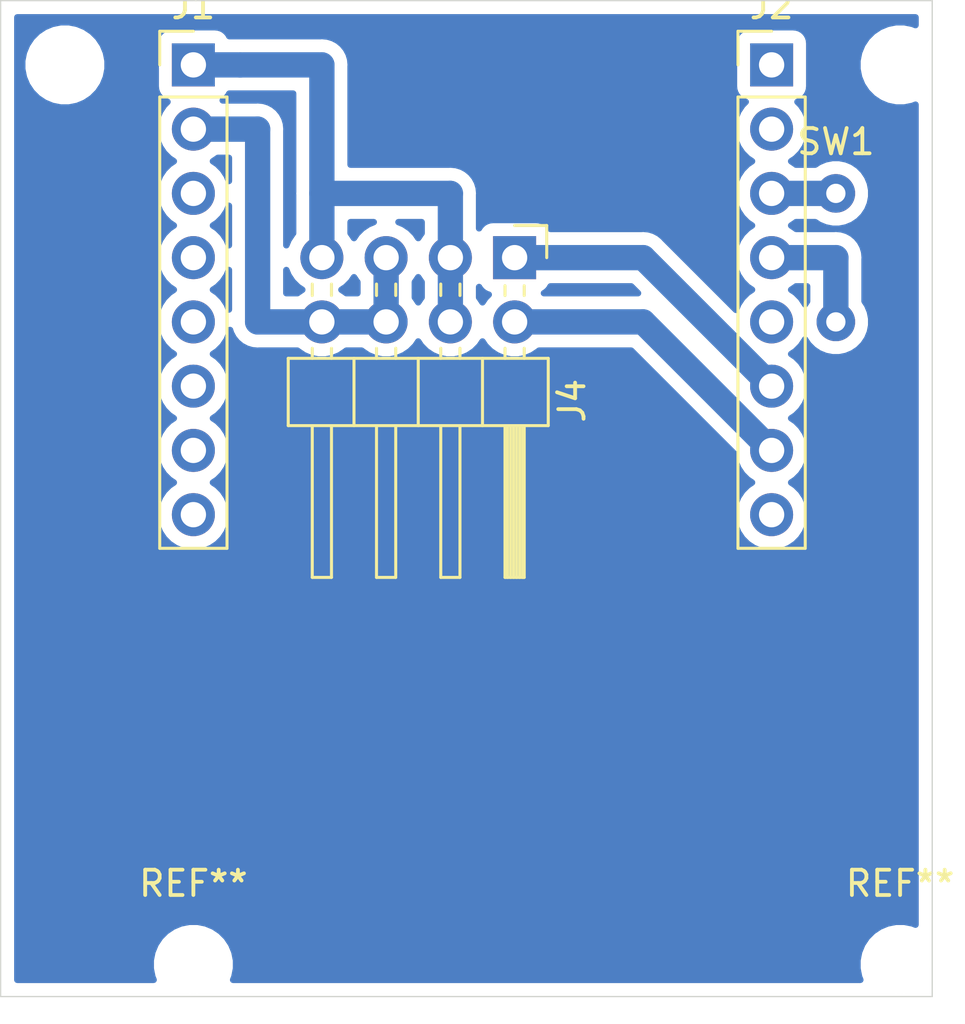
<source format=kicad_pcb>
(kicad_pcb (version 20171130) (host pcbnew 5.1.9)

  (general
    (thickness 1.6)
    (drawings 5)
    (tracks 19)
    (zones 0)
    (modules 8)
    (nets 16)
  )

  (page A4)
  (layers
    (0 F.Cu signal)
    (31 B.Cu signal)
    (32 B.Adhes user)
    (33 F.Adhes user)
    (34 B.Paste user hide)
    (35 F.Paste user)
    (36 B.SilkS user)
    (37 F.SilkS user hide)
    (38 B.Mask user)
    (39 F.Mask user)
    (40 Dwgs.User user hide)
    (41 Cmts.User user)
    (42 Eco1.User user)
    (43 Eco2.User user)
    (44 Edge.Cuts user)
    (45 Margin user)
    (46 B.CrtYd user hide)
    (47 F.CrtYd user hide)
    (48 B.Fab user hide)
    (49 F.Fab user hide)
  )

  (setup
    (last_trace_width 0.25)
    (user_trace_width 1)
    (trace_clearance 0.2)
    (zone_clearance 0.508)
    (zone_45_only no)
    (trace_min 0.2)
    (via_size 0.8)
    (via_drill 0.4)
    (via_min_size 0.4)
    (via_min_drill 0.3)
    (uvia_size 0.3)
    (uvia_drill 0.1)
    (uvias_allowed no)
    (uvia_min_size 0.2)
    (uvia_min_drill 0.1)
    (edge_width 0.05)
    (segment_width 0.2)
    (pcb_text_width 0.3)
    (pcb_text_size 1.5 1.5)
    (mod_edge_width 0.12)
    (mod_text_size 1 1)
    (mod_text_width 0.15)
    (pad_size 1.524 1.524)
    (pad_drill 0.762)
    (pad_to_mask_clearance 0)
    (aux_axis_origin 0 0)
    (visible_elements 7FFFFFFF)
    (pcbplotparams
      (layerselection 0x01000_fffffffe)
      (usegerberextensions false)
      (usegerberattributes true)
      (usegerberadvancedattributes true)
      (creategerberjobfile true)
      (excludeedgelayer true)
      (linewidth 0.100000)
      (plotframeref false)
      (viasonmask false)
      (mode 1)
      (useauxorigin false)
      (hpglpennumber 1)
      (hpglpenspeed 20)
      (hpglpendiameter 15.000000)
      (psnegative false)
      (psa4output false)
      (plotreference true)
      (plotvalue true)
      (plotinvisibletext false)
      (padsonsilk false)
      (subtractmaskfromsilk false)
      (outputformat 1)
      (mirror false)
      (drillshape 0)
      (scaleselection 1)
      (outputdirectory ""))
  )

  (net 0 "")
  (net 1 +5V)
  (net 2 GND)
  (net 3 "Net-(J1-Pad3)")
  (net 4 "Net-(J1-Pad4)")
  (net 5 "Net-(J1-Pad5)")
  (net 6 "Net-(J1-Pad6)")
  (net 7 "Net-(J1-Pad7)")
  (net 8 "Net-(J1-Pad8)")
  (net 9 "Net-(J2-Pad8)")
  (net 10 U0T)
  (net 11 U0R)
  (net 12 "Net-(J2-Pad5)")
  (net 13 I00)
  (net 14 I06)
  (net 15 "Net-(J2-Pad1)")

  (net_class Default "This is the default net class."
    (clearance 0.2)
    (trace_width 0.25)
    (via_dia 0.8)
    (via_drill 0.4)
    (uvia_dia 0.3)
    (uvia_drill 0.1)
    (add_net +5V)
    (add_net GND)
    (add_net I00)
    (add_net I06)
    (add_net "Net-(J1-Pad3)")
    (add_net "Net-(J1-Pad4)")
    (add_net "Net-(J1-Pad5)")
    (add_net "Net-(J1-Pad6)")
    (add_net "Net-(J1-Pad7)")
    (add_net "Net-(J1-Pad8)")
    (add_net "Net-(J2-Pad1)")
    (add_net "Net-(J2-Pad5)")
    (add_net "Net-(J2-Pad8)")
    (add_net U0R)
    (add_net U0T)
  )

  (module MountingHole:MountingHole_2.1mm (layer F.Cu) (tedit 5B924765) (tstamp 606EBBA3)
    (at 71.12 66.04)
    (descr "Mounting Hole 2.1mm, no annular")
    (tags "mounting hole 2.1mm no annular")
    (attr virtual)
    (fp_text reference REF** (at 0 -3.2) (layer F.SilkS)
      (effects (font (size 1 1) (thickness 0.15)))
    )
    (fp_text value MountingHole_2.1mm (at 0 3.81) (layer F.Fab)
      (effects (font (size 1 1) (thickness 0.15)))
    )
    (fp_circle (center 0 0) (end 2.1 0) (layer Cmts.User) (width 0.15))
    (fp_circle (center 0 0) (end 2.35 0) (layer F.CrtYd) (width 0.05))
    (fp_text user %R (at 0.3 0) (layer F.Fab)
      (effects (font (size 1 1) (thickness 0.15)))
    )
    (pad "" np_thru_hole circle (at 0 0) (size 2.1 2.1) (drill 2.1) (layers *.Cu *.Mask))
  )

  (module MountingHole:MountingHole_2.1mm (layer F.Cu) (tedit 5B924765) (tstamp 606EBB7F)
    (at 43.18 66.04)
    (descr "Mounting Hole 2.1mm, no annular")
    (tags "mounting hole 2.1mm no annular")
    (attr virtual)
    (fp_text reference REF** (at 0 -3.2) (layer F.SilkS)
      (effects (font (size 1 1) (thickness 0.15)))
    )
    (fp_text value MountingHole_2.1mm (at 0 3.2) (layer F.Fab)
      (effects (font (size 1 1) (thickness 0.15)))
    )
    (fp_circle (center 0 0) (end 2.1 0) (layer Cmts.User) (width 0.15))
    (fp_circle (center 0 0) (end 2.35 0) (layer F.CrtYd) (width 0.05))
    (fp_text user %R (at 0.3 0) (layer F.Fab)
      (effects (font (size 1 1) (thickness 0.15)))
    )
    (pad "" np_thru_hole circle (at 0 0) (size 2.1 2.1) (drill 2.1) (layers *.Cu *.Mask))
  )

  (module MountingHole:MountingHole_2.1mm (layer F.Cu) (tedit 5B924765) (tstamp 606EBB5B)
    (at 38.1 30.48)
    (descr "Mounting Hole 2.1mm, no annular")
    (tags "mounting hole 2.1mm no annular")
    (attr virtual)
    (fp_text reference REF** (at 0 -3.2) (layer F.SilkS)
      (effects (font (size 1 1) (thickness 0.15)))
    )
    (fp_text value MountingHole_2.1mm (at 0 3.2) (layer F.Fab)
      (effects (font (size 1 1) (thickness 0.15)))
    )
    (fp_circle (center 0 0) (end 2.1 0) (layer Cmts.User) (width 0.15))
    (fp_circle (center 0 0) (end 2.35 0) (layer F.CrtYd) (width 0.05))
    (fp_text user %R (at 0.3 0) (layer F.Fab)
      (effects (font (size 1 1) (thickness 0.15)))
    )
    (pad "" np_thru_hole circle (at 0 0) (size 2.1 2.1) (drill 2.1) (layers *.Cu *.Mask))
  )

  (module MountingHole:MountingHole_2.1mm (layer F.Cu) (tedit 5B924765) (tstamp 606EBB37)
    (at 71.12 30.48)
    (descr "Mounting Hole 2.1mm, no annular")
    (tags "mounting hole 2.1mm no annular")
    (attr virtual)
    (fp_text reference 1 (at 0 -3.2) (layer F.SilkS)
      (effects (font (size 1 1) (thickness 0.15)))
    )
    (fp_text value MountingHole_2.1mm (at 0 2.54) (layer F.Fab)
      (effects (font (size 1 1) (thickness 0.15)))
    )
    (fp_circle (center 0 0) (end 2.1 0) (layer Cmts.User) (width 0.15))
    (fp_circle (center 0 0) (end 2.35 0) (layer F.CrtYd) (width 0.05))
    (fp_text user %R (at 0.3 0) (layer F.Fab)
      (effects (font (size 1 1) (thickness 0.15)))
    )
    (pad "" np_thru_hole circle (at 0 0) (size 2.1 2.1) (drill 2.1) (layers *.Cu *.Mask))
  )

  (module Connector_PinHeader_2.54mm:PinHeader_1x08_P2.54mm_Vertical (layer F.Cu) (tedit 59FED5CC) (tstamp 606E583D)
    (at 43.18 30.48)
    (descr "Through hole straight pin header, 1x08, 2.54mm pitch, single row")
    (tags "Through hole pin header THT 1x08 2.54mm single row")
    (path /607017FB)
    (fp_text reference J1 (at 0 -2.33) (layer F.SilkS)
      (effects (font (size 1 1) (thickness 0.15)))
    )
    (fp_text value Conn_01x08 (at 0 20.11) (layer F.Fab)
      (effects (font (size 1 1) (thickness 0.15)))
    )
    (fp_line (start 1.8 -1.8) (end -1.8 -1.8) (layer F.CrtYd) (width 0.05))
    (fp_line (start 1.8 19.55) (end 1.8 -1.8) (layer F.CrtYd) (width 0.05))
    (fp_line (start -1.8 19.55) (end 1.8 19.55) (layer F.CrtYd) (width 0.05))
    (fp_line (start -1.8 -1.8) (end -1.8 19.55) (layer F.CrtYd) (width 0.05))
    (fp_line (start -1.33 -1.33) (end 0 -1.33) (layer F.SilkS) (width 0.12))
    (fp_line (start -1.33 0) (end -1.33 -1.33) (layer F.SilkS) (width 0.12))
    (fp_line (start -1.33 1.27) (end 1.33 1.27) (layer F.SilkS) (width 0.12))
    (fp_line (start 1.33 1.27) (end 1.33 19.11) (layer F.SilkS) (width 0.12))
    (fp_line (start -1.33 1.27) (end -1.33 19.11) (layer F.SilkS) (width 0.12))
    (fp_line (start -1.33 19.11) (end 1.33 19.11) (layer F.SilkS) (width 0.12))
    (fp_line (start -1.27 -0.635) (end -0.635 -1.27) (layer F.Fab) (width 0.1))
    (fp_line (start -1.27 19.05) (end -1.27 -0.635) (layer F.Fab) (width 0.1))
    (fp_line (start 1.27 19.05) (end -1.27 19.05) (layer F.Fab) (width 0.1))
    (fp_line (start 1.27 -1.27) (end 1.27 19.05) (layer F.Fab) (width 0.1))
    (fp_line (start -0.635 -1.27) (end 1.27 -1.27) (layer F.Fab) (width 0.1))
    (fp_text user %R (at 0 8.89 90) (layer F.Fab)
      (effects (font (size 1 1) (thickness 0.15)))
    )
    (pad 1 thru_hole rect (at 0 0) (size 1.7 1.7) (drill 1) (layers *.Cu *.Mask)
      (net 1 +5V))
    (pad 2 thru_hole oval (at 0 2.54) (size 1.7 1.7) (drill 1) (layers *.Cu *.Mask)
      (net 2 GND))
    (pad 3 thru_hole oval (at 0 5.08) (size 1.7 1.7) (drill 1) (layers *.Cu *.Mask)
      (net 3 "Net-(J1-Pad3)"))
    (pad 4 thru_hole oval (at 0 7.62) (size 1.7 1.7) (drill 1) (layers *.Cu *.Mask)
      (net 4 "Net-(J1-Pad4)"))
    (pad 5 thru_hole oval (at 0 10.16) (size 1.7 1.7) (drill 1) (layers *.Cu *.Mask)
      (net 5 "Net-(J1-Pad5)"))
    (pad 6 thru_hole oval (at 0 12.7) (size 1.7 1.7) (drill 1) (layers *.Cu *.Mask)
      (net 6 "Net-(J1-Pad6)"))
    (pad 7 thru_hole oval (at 0 15.24) (size 1.7 1.7) (drill 1) (layers *.Cu *.Mask)
      (net 7 "Net-(J1-Pad7)"))
    (pad 8 thru_hole oval (at 0 17.78) (size 1.7 1.7) (drill 1) (layers *.Cu *.Mask)
      (net 8 "Net-(J1-Pad8)"))
    (model ${KISYS3DMOD}/Connector_PinHeader_2.54mm.3dshapes/PinHeader_1x08_P2.54mm_Vertical.wrl
      (at (xyz 0 0 0))
      (scale (xyz 1 1 1))
      (rotate (xyz 0 0 0))
    )
  )

  (module Connector_PinHeader_2.54mm:PinHeader_1x08_P2.54mm_Vertical (layer F.Cu) (tedit 59FED5CC) (tstamp 606E5859)
    (at 66.04 30.48)
    (descr "Through hole straight pin header, 1x08, 2.54mm pitch, single row")
    (tags "Through hole pin header THT 1x08 2.54mm single row")
    (path /60702FA3)
    (fp_text reference J2 (at 0 -2.33) (layer F.SilkS)
      (effects (font (size 1 1) (thickness 0.15)))
    )
    (fp_text value Conn_01x08 (at 0 20.11) (layer F.Fab)
      (effects (font (size 1 1) (thickness 0.15)))
    )
    (fp_line (start -0.635 -1.27) (end 1.27 -1.27) (layer F.Fab) (width 0.1))
    (fp_line (start 1.27 -1.27) (end 1.27 19.05) (layer F.Fab) (width 0.1))
    (fp_line (start 1.27 19.05) (end -1.27 19.05) (layer F.Fab) (width 0.1))
    (fp_line (start -1.27 19.05) (end -1.27 -0.635) (layer F.Fab) (width 0.1))
    (fp_line (start -1.27 -0.635) (end -0.635 -1.27) (layer F.Fab) (width 0.1))
    (fp_line (start -1.33 19.11) (end 1.33 19.11) (layer F.SilkS) (width 0.12))
    (fp_line (start -1.33 1.27) (end -1.33 19.11) (layer F.SilkS) (width 0.12))
    (fp_line (start 1.33 1.27) (end 1.33 19.11) (layer F.SilkS) (width 0.12))
    (fp_line (start -1.33 1.27) (end 1.33 1.27) (layer F.SilkS) (width 0.12))
    (fp_line (start -1.33 0) (end -1.33 -1.33) (layer F.SilkS) (width 0.12))
    (fp_line (start -1.33 -1.33) (end 0 -1.33) (layer F.SilkS) (width 0.12))
    (fp_line (start -1.8 -1.8) (end -1.8 19.55) (layer F.CrtYd) (width 0.05))
    (fp_line (start -1.8 19.55) (end 1.8 19.55) (layer F.CrtYd) (width 0.05))
    (fp_line (start 1.8 19.55) (end 1.8 -1.8) (layer F.CrtYd) (width 0.05))
    (fp_line (start 1.8 -1.8) (end -1.8 -1.8) (layer F.CrtYd) (width 0.05))
    (fp_text user %R (at 0 8.89 90) (layer F.Fab)
      (effects (font (size 1 1) (thickness 0.15)))
    )
    (pad 8 thru_hole oval (at 0 17.78) (size 1.7 1.7) (drill 1) (layers *.Cu *.Mask)
      (net 9 "Net-(J2-Pad8)"))
    (pad 7 thru_hole oval (at 0 15.24) (size 1.7 1.7) (drill 1) (layers *.Cu *.Mask)
      (net 10 U0T))
    (pad 6 thru_hole oval (at 0 12.7) (size 1.7 1.7) (drill 1) (layers *.Cu *.Mask)
      (net 11 U0R))
    (pad 5 thru_hole oval (at 0 10.16) (size 1.7 1.7) (drill 1) (layers *.Cu *.Mask)
      (net 12 "Net-(J2-Pad5)"))
    (pad 4 thru_hole oval (at 0 7.62) (size 1.7 1.7) (drill 1) (layers *.Cu *.Mask)
      (net 2 GND))
    (pad 3 thru_hole oval (at 0 5.08) (size 1.7 1.7) (drill 1) (layers *.Cu *.Mask)
      (net 13 I00))
    (pad 2 thru_hole oval (at 0 2.54) (size 1.7 1.7) (drill 1) (layers *.Cu *.Mask)
      (net 14 I06))
    (pad 1 thru_hole rect (at 0 0) (size 1.7 1.7) (drill 1) (layers *.Cu *.Mask)
      (net 15 "Net-(J2-Pad1)"))
    (model ${KISYS3DMOD}/Connector_PinHeader_2.54mm.3dshapes/PinHeader_1x08_P2.54mm_Vertical.wrl
      (at (xyz 0 0 0))
      (scale (xyz 1 1 1))
      (rotate (xyz 0 0 0))
    )
  )

  (module Connector_PinHeader_2.54mm:PinHeader_2x04_P2.54mm_Horizontal (layer F.Cu) (tedit 59FED5CB) (tstamp 606E58FB)
    (at 55.88 38.1 270)
    (descr "Through hole angled pin header, 2x04, 2.54mm pitch, 6mm pin length, double rows")
    (tags "Through hole angled pin header THT 2x04 2.54mm double row")
    (path /606FA39A)
    (fp_text reference J4 (at 5.655 -2.27 90) (layer F.SilkS)
      (effects (font (size 1 1) (thickness 0.15)))
    )
    (fp_text value Conn_02x04_Odd_Even (at 5.655 9.89 90) (layer F.Fab)
      (effects (font (size 1 1) (thickness 0.15)))
    )
    (fp_line (start 13.1 -1.8) (end -1.8 -1.8) (layer F.CrtYd) (width 0.05))
    (fp_line (start 13.1 9.4) (end 13.1 -1.8) (layer F.CrtYd) (width 0.05))
    (fp_line (start -1.8 9.4) (end 13.1 9.4) (layer F.CrtYd) (width 0.05))
    (fp_line (start -1.8 -1.8) (end -1.8 9.4) (layer F.CrtYd) (width 0.05))
    (fp_line (start -1.27 -1.27) (end 0 -1.27) (layer F.SilkS) (width 0.12))
    (fp_line (start -1.27 0) (end -1.27 -1.27) (layer F.SilkS) (width 0.12))
    (fp_line (start 1.042929 8) (end 1.497071 8) (layer F.SilkS) (width 0.12))
    (fp_line (start 1.042929 7.24) (end 1.497071 7.24) (layer F.SilkS) (width 0.12))
    (fp_line (start 3.582929 8) (end 3.98 8) (layer F.SilkS) (width 0.12))
    (fp_line (start 3.582929 7.24) (end 3.98 7.24) (layer F.SilkS) (width 0.12))
    (fp_line (start 12.64 8) (end 6.64 8) (layer F.SilkS) (width 0.12))
    (fp_line (start 12.64 7.24) (end 12.64 8) (layer F.SilkS) (width 0.12))
    (fp_line (start 6.64 7.24) (end 12.64 7.24) (layer F.SilkS) (width 0.12))
    (fp_line (start 3.98 6.35) (end 6.64 6.35) (layer F.SilkS) (width 0.12))
    (fp_line (start 1.042929 5.46) (end 1.497071 5.46) (layer F.SilkS) (width 0.12))
    (fp_line (start 1.042929 4.7) (end 1.497071 4.7) (layer F.SilkS) (width 0.12))
    (fp_line (start 3.582929 5.46) (end 3.98 5.46) (layer F.SilkS) (width 0.12))
    (fp_line (start 3.582929 4.7) (end 3.98 4.7) (layer F.SilkS) (width 0.12))
    (fp_line (start 12.64 5.46) (end 6.64 5.46) (layer F.SilkS) (width 0.12))
    (fp_line (start 12.64 4.7) (end 12.64 5.46) (layer F.SilkS) (width 0.12))
    (fp_line (start 6.64 4.7) (end 12.64 4.7) (layer F.SilkS) (width 0.12))
    (fp_line (start 3.98 3.81) (end 6.64 3.81) (layer F.SilkS) (width 0.12))
    (fp_line (start 1.042929 2.92) (end 1.497071 2.92) (layer F.SilkS) (width 0.12))
    (fp_line (start 1.042929 2.16) (end 1.497071 2.16) (layer F.SilkS) (width 0.12))
    (fp_line (start 3.582929 2.92) (end 3.98 2.92) (layer F.SilkS) (width 0.12))
    (fp_line (start 3.582929 2.16) (end 3.98 2.16) (layer F.SilkS) (width 0.12))
    (fp_line (start 12.64 2.92) (end 6.64 2.92) (layer F.SilkS) (width 0.12))
    (fp_line (start 12.64 2.16) (end 12.64 2.92) (layer F.SilkS) (width 0.12))
    (fp_line (start 6.64 2.16) (end 12.64 2.16) (layer F.SilkS) (width 0.12))
    (fp_line (start 3.98 1.27) (end 6.64 1.27) (layer F.SilkS) (width 0.12))
    (fp_line (start 1.11 0.38) (end 1.497071 0.38) (layer F.SilkS) (width 0.12))
    (fp_line (start 1.11 -0.38) (end 1.497071 -0.38) (layer F.SilkS) (width 0.12))
    (fp_line (start 3.582929 0.38) (end 3.98 0.38) (layer F.SilkS) (width 0.12))
    (fp_line (start 3.582929 -0.38) (end 3.98 -0.38) (layer F.SilkS) (width 0.12))
    (fp_line (start 6.64 0.28) (end 12.64 0.28) (layer F.SilkS) (width 0.12))
    (fp_line (start 6.64 0.16) (end 12.64 0.16) (layer F.SilkS) (width 0.12))
    (fp_line (start 6.64 0.04) (end 12.64 0.04) (layer F.SilkS) (width 0.12))
    (fp_line (start 6.64 -0.08) (end 12.64 -0.08) (layer F.SilkS) (width 0.12))
    (fp_line (start 6.64 -0.2) (end 12.64 -0.2) (layer F.SilkS) (width 0.12))
    (fp_line (start 6.64 -0.32) (end 12.64 -0.32) (layer F.SilkS) (width 0.12))
    (fp_line (start 12.64 0.38) (end 6.64 0.38) (layer F.SilkS) (width 0.12))
    (fp_line (start 12.64 -0.38) (end 12.64 0.38) (layer F.SilkS) (width 0.12))
    (fp_line (start 6.64 -0.38) (end 12.64 -0.38) (layer F.SilkS) (width 0.12))
    (fp_line (start 6.64 -1.33) (end 3.98 -1.33) (layer F.SilkS) (width 0.12))
    (fp_line (start 6.64 8.95) (end 6.64 -1.33) (layer F.SilkS) (width 0.12))
    (fp_line (start 3.98 8.95) (end 6.64 8.95) (layer F.SilkS) (width 0.12))
    (fp_line (start 3.98 -1.33) (end 3.98 8.95) (layer F.SilkS) (width 0.12))
    (fp_line (start 6.58 7.94) (end 12.58 7.94) (layer F.Fab) (width 0.1))
    (fp_line (start 12.58 7.3) (end 12.58 7.94) (layer F.Fab) (width 0.1))
    (fp_line (start 6.58 7.3) (end 12.58 7.3) (layer F.Fab) (width 0.1))
    (fp_line (start -0.32 7.94) (end 4.04 7.94) (layer F.Fab) (width 0.1))
    (fp_line (start -0.32 7.3) (end -0.32 7.94) (layer F.Fab) (width 0.1))
    (fp_line (start -0.32 7.3) (end 4.04 7.3) (layer F.Fab) (width 0.1))
    (fp_line (start 6.58 5.4) (end 12.58 5.4) (layer F.Fab) (width 0.1))
    (fp_line (start 12.58 4.76) (end 12.58 5.4) (layer F.Fab) (width 0.1))
    (fp_line (start 6.58 4.76) (end 12.58 4.76) (layer F.Fab) (width 0.1))
    (fp_line (start -0.32 5.4) (end 4.04 5.4) (layer F.Fab) (width 0.1))
    (fp_line (start -0.32 4.76) (end -0.32 5.4) (layer F.Fab) (width 0.1))
    (fp_line (start -0.32 4.76) (end 4.04 4.76) (layer F.Fab) (width 0.1))
    (fp_line (start 6.58 2.86) (end 12.58 2.86) (layer F.Fab) (width 0.1))
    (fp_line (start 12.58 2.22) (end 12.58 2.86) (layer F.Fab) (width 0.1))
    (fp_line (start 6.58 2.22) (end 12.58 2.22) (layer F.Fab) (width 0.1))
    (fp_line (start -0.32 2.86) (end 4.04 2.86) (layer F.Fab) (width 0.1))
    (fp_line (start -0.32 2.22) (end -0.32 2.86) (layer F.Fab) (width 0.1))
    (fp_line (start -0.32 2.22) (end 4.04 2.22) (layer F.Fab) (width 0.1))
    (fp_line (start 6.58 0.32) (end 12.58 0.32) (layer F.Fab) (width 0.1))
    (fp_line (start 12.58 -0.32) (end 12.58 0.32) (layer F.Fab) (width 0.1))
    (fp_line (start 6.58 -0.32) (end 12.58 -0.32) (layer F.Fab) (width 0.1))
    (fp_line (start -0.32 0.32) (end 4.04 0.32) (layer F.Fab) (width 0.1))
    (fp_line (start -0.32 -0.32) (end -0.32 0.32) (layer F.Fab) (width 0.1))
    (fp_line (start -0.32 -0.32) (end 4.04 -0.32) (layer F.Fab) (width 0.1))
    (fp_line (start 4.04 -0.635) (end 4.675 -1.27) (layer F.Fab) (width 0.1))
    (fp_line (start 4.04 8.89) (end 4.04 -0.635) (layer F.Fab) (width 0.1))
    (fp_line (start 6.58 8.89) (end 4.04 8.89) (layer F.Fab) (width 0.1))
    (fp_line (start 6.58 -1.27) (end 6.58 8.89) (layer F.Fab) (width 0.1))
    (fp_line (start 4.675 -1.27) (end 6.58 -1.27) (layer F.Fab) (width 0.1))
    (fp_text user %R (at 5.31 3.81) (layer F.Fab)
      (effects (font (size 1 1) (thickness 0.15)))
    )
    (pad 1 thru_hole rect (at 0 0 270) (size 1.7 1.7) (drill 1) (layers *.Cu *.Mask)
      (net 11 U0R))
    (pad 2 thru_hole oval (at 2.54 0 270) (size 1.7 1.7) (drill 1) (layers *.Cu *.Mask)
      (net 10 U0T))
    (pad 3 thru_hole oval (at 0 2.54 270) (size 1.7 1.7) (drill 1) (layers *.Cu *.Mask)
      (net 1 +5V))
    (pad 4 thru_hole oval (at 2.54 2.54 270) (size 1.7 1.7) (drill 1) (layers *.Cu *.Mask)
      (net 1 +5V))
    (pad 5 thru_hole oval (at 0 5.08 270) (size 1.7 1.7) (drill 1) (layers *.Cu *.Mask)
      (net 2 GND))
    (pad 6 thru_hole oval (at 2.54 5.08 270) (size 1.7 1.7) (drill 1) (layers *.Cu *.Mask)
      (net 2 GND))
    (pad 7 thru_hole oval (at 0 7.62 270) (size 1.7 1.7) (drill 1) (layers *.Cu *.Mask)
      (net 1 +5V))
    (pad 8 thru_hole oval (at 2.54 7.62 270) (size 1.7 1.7) (drill 1) (layers *.Cu *.Mask)
      (net 2 GND))
    (model ${KISYS3DMOD}/Connector_PinHeader_2.54mm.3dshapes/PinHeader_2x04_P2.54mm_Horizontal.wrl
      (at (xyz 0 0 0))
      (scale (xyz 1 1 1))
      (rotate (xyz 0 0 0))
    )
  )

  (module esp32camturrent:tactile_switch (layer F.Cu) (tedit 606E4529) (tstamp 606EC9FB)
    (at 68.58 33.02)
    (path /60712883)
    (fp_text reference SW1 (at 0 0.5) (layer F.SilkS)
      (effects (font (size 1 1) (thickness 0.15)))
    )
    (fp_text value SW_Push (at 0 -0.5) (layer F.Fab)
      (effects (font (size 1 1) (thickness 0.15)))
    )
    (pad 1 thru_hole circle (at 0 2.54) (size 1.524 1.524) (drill 0.762) (layers *.Cu *.Mask)
      (net 13 I00))
    (pad 2 thru_hole circle (at 0 7.62) (size 1.524 1.524) (drill 0.762) (layers *.Cu *.Mask)
      (net 2 GND))
  )

  (gr_line (start 72.39 67.31) (end 72.39 27.94) (layer Edge.Cuts) (width 0.05))
  (dimension 5.08 (width 0.15) (layer Dwgs.User)
    (gr_text "5,080 mm" (at 40.64 22.83) (layer Dwgs.User)
      (effects (font (size 1 1) (thickness 0.15)))
    )
    (feature1 (pts (xy 38.1 30.48) (xy 38.1 23.543579)))
    (feature2 (pts (xy 43.18 30.48) (xy 43.18 23.543579)))
    (crossbar (pts (xy 43.18 24.13) (xy 38.1 24.13)))
    (arrow1a (pts (xy 38.1 24.13) (xy 39.226504 23.543579)))
    (arrow1b (pts (xy 38.1 24.13) (xy 39.226504 24.716421)))
    (arrow2a (pts (xy 43.18 24.13) (xy 42.053496 23.543579)))
    (arrow2b (pts (xy 43.18 24.13) (xy 42.053496 24.716421)))
  )
  (gr_line (start 35.56 67.31) (end 35.56 27.94) (layer Edge.Cuts) (width 0.05) (tstamp 606ECA46))
  (gr_line (start 72.39 67.31) (end 35.56 67.31) (layer Edge.Cuts) (width 0.05))
  (gr_line (start 35.56 27.94) (end 72.39 27.94) (layer Edge.Cuts) (width 0.05))

  (segment (start 48.26 38.1) (end 48.26 35.56) (width 0.25) (layer B.Cu) (net 1))
  (segment (start 48.26 35.56) (end 48.26 30.48) (width 0.25) (layer B.Cu) (net 1))
  (segment (start 43.18 30.48) (end 45.03 30.48) (width 1) (layer B.Cu) (net 1))
  (segment (start 45.03 30.48) (end 48.26 30.48) (width 1) (layer B.Cu) (net 1))
  (segment (start 48.26 30.48) (end 48.26 38.1) (width 1) (layer B.Cu) (net 1))
  (segment (start 53.34 35.56) (end 53.34 40.64) (width 1) (layer B.Cu) (net 1))
  (segment (start 48.26 35.56) (end 53.34 35.56) (width 1) (layer B.Cu) (net 1))
  (segment (start 43.18 33.02) (end 45.72 33.02) (width 1) (layer B.Cu) (net 2))
  (segment (start 48.26 40.64) (end 50.8 40.64) (width 1) (layer B.Cu) (net 2))
  (segment (start 50.8 40.64) (end 50.8 38.1) (width 1) (layer B.Cu) (net 2))
  (segment (start 45.72 40.64) (end 48.26 40.64) (width 1) (layer B.Cu) (net 2))
  (segment (start 45.72 33.02) (end 45.72 40.64) (width 1) (layer B.Cu) (net 2))
  (segment (start 68.58 40.64) (end 68.58 38.1) (width 1) (layer B.Cu) (net 2))
  (segment (start 68.58 38.1) (end 66.04 38.1) (width 1) (layer B.Cu) (net 2))
  (segment (start 60.96 40.64) (end 66.04 45.72) (width 1) (layer B.Cu) (net 10))
  (segment (start 60.96 40.64) (end 55.88 40.64) (width 1) (layer B.Cu) (net 10))
  (segment (start 60.96 38.1) (end 55.88 38.1) (width 1) (layer B.Cu) (net 11))
  (segment (start 66.04 43.18) (end 60.96 38.1) (width 1) (layer B.Cu) (net 11))
  (segment (start 68.58 35.56) (end 66.04 35.56) (width 1) (layer B.Cu) (net 13))

  (zone (net 0) (net_name "") (layer B.Cu) (tstamp 0) (hatch edge 0.508)
    (connect_pads (clearance 0.508))
    (min_thickness 0.254)
    (fill yes (arc_segments 32) (thermal_gap 0.508) (thermal_bridge_width 0.508))
    (polygon
      (pts
        (xy 72.39 67.31) (xy 35.56 67.31) (xy 35.56 27.94) (xy 72.39 27.94)
      )
    )
    (filled_polygon
      (pts
        (xy 71.730001 28.90884) (xy 71.611496 28.859754) (xy 71.285958 28.795) (xy 70.954042 28.795) (xy 70.628504 28.859754)
        (xy 70.321853 28.986772) (xy 70.045875 29.171175) (xy 69.811175 29.405875) (xy 69.626772 29.681853) (xy 69.499754 29.988504)
        (xy 69.435 30.314042) (xy 69.435 30.645958) (xy 69.499754 30.971496) (xy 69.626772 31.278147) (xy 69.811175 31.554125)
        (xy 70.045875 31.788825) (xy 70.321853 31.973228) (xy 70.628504 32.100246) (xy 70.954042 32.165) (xy 71.285958 32.165)
        (xy 71.611496 32.100246) (xy 71.730001 32.05116) (xy 71.73 64.46884) (xy 71.611496 64.419754) (xy 71.285958 64.355)
        (xy 70.954042 64.355) (xy 70.628504 64.419754) (xy 70.321853 64.546772) (xy 70.045875 64.731175) (xy 69.811175 64.965875)
        (xy 69.626772 65.241853) (xy 69.499754 65.548504) (xy 69.435 65.874042) (xy 69.435 66.205958) (xy 69.499754 66.531496)
        (xy 69.54884 66.65) (xy 44.75116 66.65) (xy 44.800246 66.531496) (xy 44.865 66.205958) (xy 44.865 65.874042)
        (xy 44.800246 65.548504) (xy 44.673228 65.241853) (xy 44.488825 64.965875) (xy 44.254125 64.731175) (xy 43.978147 64.546772)
        (xy 43.671496 64.419754) (xy 43.345958 64.355) (xy 43.014042 64.355) (xy 42.688504 64.419754) (xy 42.381853 64.546772)
        (xy 42.105875 64.731175) (xy 41.871175 64.965875) (xy 41.686772 65.241853) (xy 41.559754 65.548504) (xy 41.495 65.874042)
        (xy 41.495 66.205958) (xy 41.559754 66.531496) (xy 41.60884 66.65) (xy 36.22 66.65) (xy 36.22 30.314042)
        (xy 36.415 30.314042) (xy 36.415 30.645958) (xy 36.479754 30.971496) (xy 36.606772 31.278147) (xy 36.791175 31.554125)
        (xy 37.025875 31.788825) (xy 37.301853 31.973228) (xy 37.608504 32.100246) (xy 37.934042 32.165) (xy 38.265958 32.165)
        (xy 38.591496 32.100246) (xy 38.898147 31.973228) (xy 39.174125 31.788825) (xy 39.408825 31.554125) (xy 39.593228 31.278147)
        (xy 39.720246 30.971496) (xy 39.785 30.645958) (xy 39.785 30.314042) (xy 39.720246 29.988504) (xy 39.593228 29.681853)
        (xy 39.558581 29.63) (xy 41.691928 29.63) (xy 41.691928 31.33) (xy 41.704188 31.454482) (xy 41.740498 31.57418)
        (xy 41.799463 31.684494) (xy 41.878815 31.781185) (xy 41.975506 31.860537) (xy 42.08582 31.919502) (xy 42.15838 31.941513)
        (xy 42.026525 32.073368) (xy 41.86401 32.316589) (xy 41.752068 32.586842) (xy 41.695 32.87374) (xy 41.695 33.16626)
        (xy 41.752068 33.453158) (xy 41.86401 33.723411) (xy 42.026525 33.966632) (xy 42.233368 34.173475) (xy 42.40776 34.29)
        (xy 42.233368 34.406525) (xy 42.026525 34.613368) (xy 41.86401 34.856589) (xy 41.752068 35.126842) (xy 41.695 35.41374)
        (xy 41.695 35.70626) (xy 41.752068 35.993158) (xy 41.86401 36.263411) (xy 42.026525 36.506632) (xy 42.233368 36.713475)
        (xy 42.40776 36.83) (xy 42.233368 36.946525) (xy 42.026525 37.153368) (xy 41.86401 37.396589) (xy 41.752068 37.666842)
        (xy 41.695 37.95374) (xy 41.695 38.24626) (xy 41.752068 38.533158) (xy 41.86401 38.803411) (xy 42.026525 39.046632)
        (xy 42.233368 39.253475) (xy 42.40776 39.37) (xy 42.233368 39.486525) (xy 42.026525 39.693368) (xy 41.86401 39.936589)
        (xy 41.752068 40.206842) (xy 41.695 40.49374) (xy 41.695 40.78626) (xy 41.752068 41.073158) (xy 41.86401 41.343411)
        (xy 42.026525 41.586632) (xy 42.233368 41.793475) (xy 42.40776 41.91) (xy 42.233368 42.026525) (xy 42.026525 42.233368)
        (xy 41.86401 42.476589) (xy 41.752068 42.746842) (xy 41.695 43.03374) (xy 41.695 43.32626) (xy 41.752068 43.613158)
        (xy 41.86401 43.883411) (xy 42.026525 44.126632) (xy 42.233368 44.333475) (xy 42.40776 44.45) (xy 42.233368 44.566525)
        (xy 42.026525 44.773368) (xy 41.86401 45.016589) (xy 41.752068 45.286842) (xy 41.695 45.57374) (xy 41.695 45.86626)
        (xy 41.752068 46.153158) (xy 41.86401 46.423411) (xy 42.026525 46.666632) (xy 42.233368 46.873475) (xy 42.40776 46.99)
        (xy 42.233368 47.106525) (xy 42.026525 47.313368) (xy 41.86401 47.556589) (xy 41.752068 47.826842) (xy 41.695 48.11374)
        (xy 41.695 48.40626) (xy 41.752068 48.693158) (xy 41.86401 48.963411) (xy 42.026525 49.206632) (xy 42.233368 49.413475)
        (xy 42.476589 49.57599) (xy 42.746842 49.687932) (xy 43.03374 49.745) (xy 43.32626 49.745) (xy 43.613158 49.687932)
        (xy 43.883411 49.57599) (xy 44.126632 49.413475) (xy 44.333475 49.206632) (xy 44.49599 48.963411) (xy 44.607932 48.693158)
        (xy 44.665 48.40626) (xy 44.665 48.11374) (xy 44.607932 47.826842) (xy 44.49599 47.556589) (xy 44.333475 47.313368)
        (xy 44.126632 47.106525) (xy 43.95224 46.99) (xy 44.126632 46.873475) (xy 44.333475 46.666632) (xy 44.49599 46.423411)
        (xy 44.607932 46.153158) (xy 44.665 45.86626) (xy 44.665 45.57374) (xy 44.607932 45.286842) (xy 44.49599 45.016589)
        (xy 44.333475 44.773368) (xy 44.126632 44.566525) (xy 43.95224 44.45) (xy 44.126632 44.333475) (xy 44.333475 44.126632)
        (xy 44.49599 43.883411) (xy 44.607932 43.613158) (xy 44.665 43.32626) (xy 44.665 43.03374) (xy 44.607932 42.746842)
        (xy 44.49599 42.476589) (xy 44.333475 42.233368) (xy 44.126632 42.026525) (xy 43.95224 41.91) (xy 44.126632 41.793475)
        (xy 44.333475 41.586632) (xy 44.49599 41.343411) (xy 44.607932 41.073158) (xy 44.630662 40.958887) (xy 44.666324 41.076447)
        (xy 44.771716 41.273623) (xy 44.913551 41.446449) (xy 45.086377 41.588284) (xy 45.283553 41.693676) (xy 45.497501 41.758577)
        (xy 45.664248 41.775) (xy 45.664249 41.775) (xy 45.72 41.780491) (xy 45.775752 41.775) (xy 47.294893 41.775)
        (xy 47.313368 41.793475) (xy 47.556589 41.95599) (xy 47.826842 42.067932) (xy 48.11374 42.125) (xy 48.40626 42.125)
        (xy 48.693158 42.067932) (xy 48.963411 41.95599) (xy 49.206632 41.793475) (xy 49.225107 41.775) (xy 49.834893 41.775)
        (xy 49.853368 41.793475) (xy 50.096589 41.95599) (xy 50.366842 42.067932) (xy 50.65374 42.125) (xy 50.94626 42.125)
        (xy 51.233158 42.067932) (xy 51.503411 41.95599) (xy 51.746632 41.793475) (xy 51.953475 41.586632) (xy 52.07 41.41224)
        (xy 52.186525 41.586632) (xy 52.393368 41.793475) (xy 52.636589 41.95599) (xy 52.906842 42.067932) (xy 53.19374 42.125)
        (xy 53.48626 42.125) (xy 53.773158 42.067932) (xy 54.043411 41.95599) (xy 54.286632 41.793475) (xy 54.493475 41.586632)
        (xy 54.61 41.41224) (xy 54.726525 41.586632) (xy 54.933368 41.793475) (xy 55.176589 41.95599) (xy 55.446842 42.067932)
        (xy 55.73374 42.125) (xy 56.02626 42.125) (xy 56.313158 42.067932) (xy 56.583411 41.95599) (xy 56.826632 41.793475)
        (xy 56.845107 41.775) (xy 60.489869 41.775) (xy 64.555 45.840132) (xy 64.555 45.86626) (xy 64.612068 46.153158)
        (xy 64.72401 46.423411) (xy 64.886525 46.666632) (xy 65.093368 46.873475) (xy 65.26776 46.99) (xy 65.093368 47.106525)
        (xy 64.886525 47.313368) (xy 64.72401 47.556589) (xy 64.612068 47.826842) (xy 64.555 48.11374) (xy 64.555 48.40626)
        (xy 64.612068 48.693158) (xy 64.72401 48.963411) (xy 64.886525 49.206632) (xy 65.093368 49.413475) (xy 65.336589 49.57599)
        (xy 65.606842 49.687932) (xy 65.89374 49.745) (xy 66.18626 49.745) (xy 66.473158 49.687932) (xy 66.743411 49.57599)
        (xy 66.986632 49.413475) (xy 67.193475 49.206632) (xy 67.35599 48.963411) (xy 67.467932 48.693158) (xy 67.525 48.40626)
        (xy 67.525 48.11374) (xy 67.467932 47.826842) (xy 67.35599 47.556589) (xy 67.193475 47.313368) (xy 66.986632 47.106525)
        (xy 66.81224 46.99) (xy 66.986632 46.873475) (xy 67.193475 46.666632) (xy 67.35599 46.423411) (xy 67.467932 46.153158)
        (xy 67.525 45.86626) (xy 67.525 45.57374) (xy 67.467932 45.286842) (xy 67.35599 45.016589) (xy 67.193475 44.773368)
        (xy 66.986632 44.566525) (xy 66.81224 44.45) (xy 66.986632 44.333475) (xy 67.193475 44.126632) (xy 67.35599 43.883411)
        (xy 67.467932 43.613158) (xy 67.525 43.32626) (xy 67.525 43.03374) (xy 67.467932 42.746842) (xy 67.35599 42.476589)
        (xy 67.193475 42.233368) (xy 66.986632 42.026525) (xy 66.81224 41.91) (xy 66.986632 41.793475) (xy 67.193475 41.586632)
        (xy 67.35599 41.343411) (xy 67.361293 41.330608) (xy 67.49488 41.530535) (xy 67.689465 41.72512) (xy 67.918273 41.878005)
        (xy 68.17251 41.983314) (xy 68.442408 42.037) (xy 68.717592 42.037) (xy 68.98749 41.983314) (xy 69.241727 41.878005)
        (xy 69.470535 41.72512) (xy 69.66512 41.530535) (xy 69.818005 41.301727) (xy 69.923314 41.04749) (xy 69.977 40.777592)
        (xy 69.977 40.502408) (xy 69.923314 40.23251) (xy 69.818005 39.978273) (xy 69.715 39.824116) (xy 69.715 38.155752)
        (xy 69.720491 38.1) (xy 69.698577 37.877501) (xy 69.633676 37.663553) (xy 69.528284 37.466377) (xy 69.386449 37.293551)
        (xy 69.213623 37.151716) (xy 69.016447 37.046324) (xy 68.802499 36.981423) (xy 68.635752 36.965) (xy 68.58 36.959509)
        (xy 68.524249 36.965) (xy 67.005107 36.965) (xy 66.986632 36.946525) (xy 66.81224 36.83) (xy 66.986632 36.713475)
        (xy 67.005107 36.695) (xy 67.764116 36.695) (xy 67.918273 36.798005) (xy 68.17251 36.903314) (xy 68.442408 36.957)
        (xy 68.717592 36.957) (xy 68.98749 36.903314) (xy 69.241727 36.798005) (xy 69.470535 36.64512) (xy 69.66512 36.450535)
        (xy 69.818005 36.221727) (xy 69.923314 35.96749) (xy 69.977 35.697592) (xy 69.977 35.422408) (xy 69.923314 35.15251)
        (xy 69.818005 34.898273) (xy 69.66512 34.669465) (xy 69.470535 34.47488) (xy 69.241727 34.321995) (xy 68.98749 34.216686)
        (xy 68.717592 34.163) (xy 68.442408 34.163) (xy 68.17251 34.216686) (xy 67.918273 34.321995) (xy 67.764116 34.425)
        (xy 67.005107 34.425) (xy 66.986632 34.406525) (xy 66.81224 34.29) (xy 66.986632 34.173475) (xy 67.193475 33.966632)
        (xy 67.35599 33.723411) (xy 67.467932 33.453158) (xy 67.525 33.16626) (xy 67.525 32.87374) (xy 67.467932 32.586842)
        (xy 67.35599 32.316589) (xy 67.193475 32.073368) (xy 67.06162 31.941513) (xy 67.13418 31.919502) (xy 67.244494 31.860537)
        (xy 67.341185 31.781185) (xy 67.420537 31.684494) (xy 67.479502 31.57418) (xy 67.515812 31.454482) (xy 67.528072 31.33)
        (xy 67.528072 29.63) (xy 67.515812 29.505518) (xy 67.479502 29.38582) (xy 67.420537 29.275506) (xy 67.341185 29.178815)
        (xy 67.244494 29.099463) (xy 67.13418 29.040498) (xy 67.014482 29.004188) (xy 66.89 28.991928) (xy 65.19 28.991928)
        (xy 65.065518 29.004188) (xy 64.94582 29.040498) (xy 64.835506 29.099463) (xy 64.738815 29.178815) (xy 64.659463 29.275506)
        (xy 64.600498 29.38582) (xy 64.564188 29.505518) (xy 64.551928 29.63) (xy 64.551928 31.33) (xy 64.564188 31.454482)
        (xy 64.600498 31.57418) (xy 64.659463 31.684494) (xy 64.738815 31.781185) (xy 64.835506 31.860537) (xy 64.94582 31.919502)
        (xy 65.01838 31.941513) (xy 64.886525 32.073368) (xy 64.72401 32.316589) (xy 64.612068 32.586842) (xy 64.555 32.87374)
        (xy 64.555 33.16626) (xy 64.612068 33.453158) (xy 64.72401 33.723411) (xy 64.886525 33.966632) (xy 65.093368 34.173475)
        (xy 65.26776 34.29) (xy 65.093368 34.406525) (xy 64.886525 34.613368) (xy 64.72401 34.856589) (xy 64.612068 35.126842)
        (xy 64.555 35.41374) (xy 64.555 35.70626) (xy 64.612068 35.993158) (xy 64.72401 36.263411) (xy 64.886525 36.506632)
        (xy 65.093368 36.713475) (xy 65.26776 36.83) (xy 65.093368 36.946525) (xy 64.886525 37.153368) (xy 64.72401 37.396589)
        (xy 64.612068 37.666842) (xy 64.555 37.95374) (xy 64.555 38.24626) (xy 64.612068 38.533158) (xy 64.72401 38.803411)
        (xy 64.886525 39.046632) (xy 65.093368 39.253475) (xy 65.26776 39.37) (xy 65.093368 39.486525) (xy 64.886525 39.693368)
        (xy 64.72401 39.936589) (xy 64.629614 40.164482) (xy 61.801996 37.336865) (xy 61.766449 37.293551) (xy 61.593623 37.151716)
        (xy 61.396447 37.046324) (xy 61.182499 36.981423) (xy 61.015752 36.965) (xy 61.015751 36.965) (xy 60.96 36.959509)
        (xy 60.904249 36.965) (xy 57.297683 36.965) (xy 57.260537 36.895506) (xy 57.181185 36.798815) (xy 57.084494 36.719463)
        (xy 56.97418 36.660498) (xy 56.854482 36.624188) (xy 56.73 36.611928) (xy 55.03 36.611928) (xy 54.905518 36.624188)
        (xy 54.78582 36.660498) (xy 54.675506 36.719463) (xy 54.578815 36.798815) (xy 54.499463 36.895506) (xy 54.475 36.941272)
        (xy 54.475 35.615752) (xy 54.480491 35.56) (xy 54.458577 35.337501) (xy 54.393676 35.123553) (xy 54.288284 34.926377)
        (xy 54.146449 34.753551) (xy 53.973623 34.611716) (xy 53.776447 34.506324) (xy 53.562499 34.441423) (xy 53.395752 34.425)
        (xy 53.395751 34.425) (xy 53.34 34.419509) (xy 53.284248 34.425) (xy 49.395 34.425) (xy 49.395 30.535752)
        (xy 49.400491 30.48) (xy 49.378577 30.257501) (xy 49.313676 30.043553) (xy 49.208284 29.846377) (xy 49.066449 29.673551)
        (xy 48.893623 29.531716) (xy 48.696447 29.426324) (xy 48.482499 29.361423) (xy 48.315752 29.345) (xy 48.315751 29.345)
        (xy 48.26 29.339509) (xy 48.204248 29.345) (xy 44.597683 29.345) (xy 44.560537 29.275506) (xy 44.481185 29.178815)
        (xy 44.384494 29.099463) (xy 44.27418 29.040498) (xy 44.154482 29.004188) (xy 44.03 28.991928) (xy 42.33 28.991928)
        (xy 42.205518 29.004188) (xy 42.08582 29.040498) (xy 41.975506 29.099463) (xy 41.878815 29.178815) (xy 41.799463 29.275506)
        (xy 41.740498 29.38582) (xy 41.704188 29.505518) (xy 41.691928 29.63) (xy 39.558581 29.63) (xy 39.408825 29.405875)
        (xy 39.174125 29.171175) (xy 38.898147 28.986772) (xy 38.591496 28.859754) (xy 38.265958 28.795) (xy 37.934042 28.795)
        (xy 37.608504 28.859754) (xy 37.301853 28.986772) (xy 37.025875 29.171175) (xy 36.791175 29.405875) (xy 36.606772 29.681853)
        (xy 36.479754 29.988504) (xy 36.415 30.314042) (xy 36.22 30.314042) (xy 36.22 28.6) (xy 71.730001 28.6)
      )
    )
    (filled_polygon
      (pts
        (xy 44.585001 40.151481) (xy 44.49599 39.936589) (xy 44.333475 39.693368) (xy 44.126632 39.486525) (xy 43.95224 39.37)
        (xy 44.126632 39.253475) (xy 44.333475 39.046632) (xy 44.49599 38.803411) (xy 44.585001 38.588519)
      )
    )
    (filled_polygon
      (pts
        (xy 67.445 39.824115) (xy 67.361293 39.949392) (xy 67.35599 39.936589) (xy 67.193475 39.693368) (xy 66.986632 39.486525)
        (xy 66.81224 39.37) (xy 66.986632 39.253475) (xy 67.005107 39.235) (xy 67.445001 39.235)
      )
    )
    (filled_polygon
      (pts
        (xy 52.186525 39.046632) (xy 52.205001 39.065108) (xy 52.205001 39.674892) (xy 52.186525 39.693368) (xy 52.07 39.86776)
        (xy 51.953475 39.693368) (xy 51.935 39.674893) (xy 51.935 39.065107) (xy 51.953475 39.046632) (xy 52.07 38.87224)
      )
    )
    (filled_polygon
      (pts
        (xy 54.499463 39.304494) (xy 54.578815 39.401185) (xy 54.675506 39.480537) (xy 54.78582 39.539502) (xy 54.85838 39.561513)
        (xy 54.726525 39.693368) (xy 54.61 39.86776) (xy 54.493475 39.693368) (xy 54.475 39.674893) (xy 54.475 39.258728)
      )
    )
    (filled_polygon
      (pts
        (xy 60.759869 39.505) (xy 57.038728 39.505) (xy 57.084494 39.480537) (xy 57.181185 39.401185) (xy 57.260537 39.304494)
        (xy 57.297683 39.235) (xy 60.489869 39.235)
      )
    )
    (filled_polygon
      (pts
        (xy 46.94401 38.803411) (xy 47.106525 39.046632) (xy 47.313368 39.253475) (xy 47.48776 39.37) (xy 47.313368 39.486525)
        (xy 47.294893 39.505) (xy 46.855 39.505) (xy 46.855 38.588521)
      )
    )
    (filled_polygon
      (pts
        (xy 49.646525 39.046632) (xy 49.665001 39.065108) (xy 49.665 39.505) (xy 49.225107 39.505) (xy 49.206632 39.486525)
        (xy 49.03224 39.37) (xy 49.206632 39.253475) (xy 49.413475 39.046632) (xy 49.53 38.87224)
      )
    )
    (filled_polygon
      (pts
        (xy 47.125001 35.504242) (xy 47.119509 35.56) (xy 47.125001 35.615758) (xy 47.125001 37.134892) (xy 47.106525 37.153368)
        (xy 46.94401 37.396589) (xy 46.855 37.611479) (xy 46.855 33.075752) (xy 46.860491 33.02) (xy 46.838577 32.797501)
        (xy 46.773676 32.583553) (xy 46.668284 32.386377) (xy 46.526449 32.213551) (xy 46.353623 32.071716) (xy 46.156447 31.966324)
        (xy 45.942499 31.901423) (xy 45.775752 31.885) (xy 45.775751 31.885) (xy 45.72 31.879509) (xy 45.664248 31.885)
        (xy 44.338728 31.885) (xy 44.384494 31.860537) (xy 44.481185 31.781185) (xy 44.560537 31.684494) (xy 44.597683 31.615)
        (xy 47.125 31.615)
      )
    )
    (filled_polygon
      (pts
        (xy 44.585001 37.611479) (xy 44.49599 37.396589) (xy 44.333475 37.153368) (xy 44.126632 36.946525) (xy 43.95224 36.83)
        (xy 44.126632 36.713475) (xy 44.333475 36.506632) (xy 44.49599 36.263411) (xy 44.585 36.04852)
      )
    )
    (filled_polygon
      (pts
        (xy 52.205 37.134893) (xy 52.186525 37.153368) (xy 52.07 37.32776) (xy 51.953475 37.153368) (xy 51.746632 36.946525)
        (xy 51.503411 36.78401) (xy 51.288521 36.695) (xy 52.205 36.695)
      )
    )
    (filled_polygon
      (pts
        (xy 50.096589 36.78401) (xy 49.853368 36.946525) (xy 49.646525 37.153368) (xy 49.53 37.32776) (xy 49.413475 37.153368)
        (xy 49.395 37.134893) (xy 49.395 36.695) (xy 50.311479 36.695)
      )
    )
    (filled_polygon
      (pts
        (xy 44.585 35.07148) (xy 44.49599 34.856589) (xy 44.333475 34.613368) (xy 44.126632 34.406525) (xy 43.95224 34.29)
        (xy 44.126632 34.173475) (xy 44.145107 34.155) (xy 44.585 34.155)
      )
    )
  )
)

</source>
